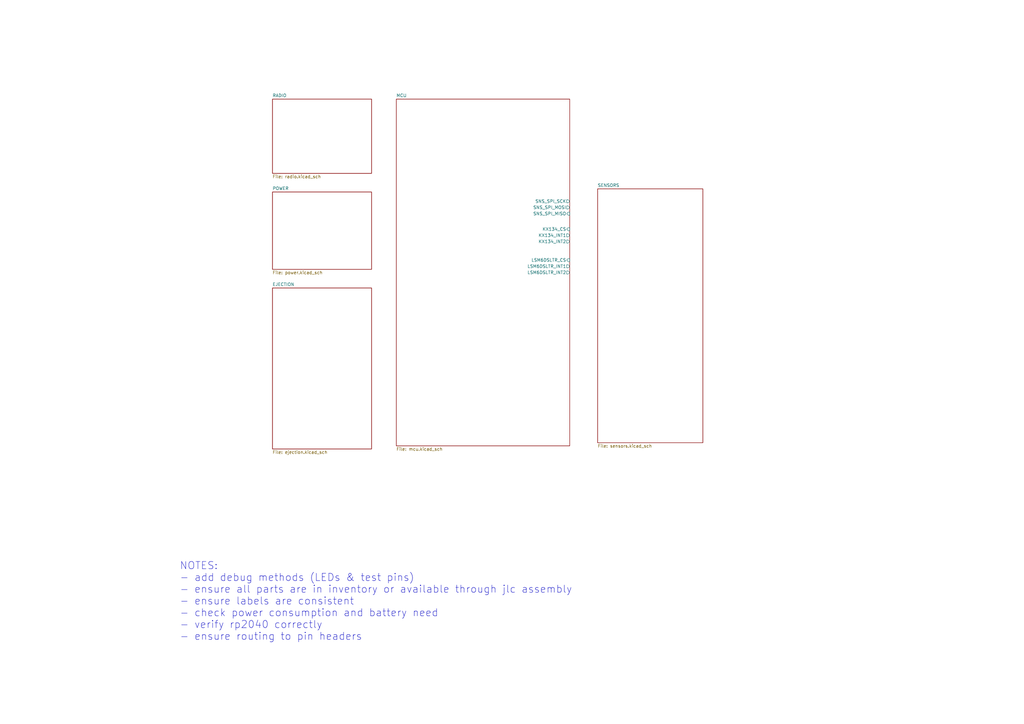
<source format=kicad_sch>
(kicad_sch (version 20211123) (generator eeschema)

  (uuid e63e39d7-6ac0-4ffd-8aa3-1841a4541b55)

  (paper "A3")

  (title_block
    (title "Altimeter V1")
    (company "The Illinois Space Society")
    (comment 4 "Contributors: Eisha Peyyeti")
  )

  (lib_symbols
  )


  (text "NOTES: \n- add debug methods (LEDs & test pins) \n- ensure all parts are in inventory or available through jlc assembly\n- ensure labels are consistent\n- check power consumption and battery need\n- verify rp2040 correctly\n- ensure routing to pin headers"
    (at 73.66 262.89 0)
    (effects (font (size 3 3)) (justify left bottom))
    (uuid ec526b98-9d4d-4fb6-950a-dc822fff6211)
  )

  (sheet (at 111.76 78.74) (size 40.64 31.75) (fields_autoplaced)
    (stroke (width 0.1524) (type solid) (color 0 0 0 0))
    (fill (color 0 0 0 0.0000))
    (uuid 101e7bee-7f94-4af9-869c-ca7a3b218f6f)
    (property "Sheet name" "POWER" (id 0) (at 111.76 78.0284 0)
      (effects (font (size 1.27 1.27)) (justify left bottom))
    )
    (property "Sheet file" "power.kicad_sch" (id 1) (at 111.76 111.0746 0)
      (effects (font (size 1.27 1.27)) (justify left top))
    )
  )

  (sheet (at 245.11 77.47) (size 43.18 104.14) (fields_autoplaced)
    (stroke (width 0.1524) (type solid) (color 0 0 0 0))
    (fill (color 0 0 0 0.0000))
    (uuid 7dd1e52f-be68-47bf-95c7-4ce426ee2b19)
    (property "Sheet name" "SENSORS" (id 0) (at 245.11 76.7584 0)
      (effects (font (size 1.27 1.27)) (justify left bottom))
    )
    (property "Sheet file" "sensors.kicad_sch" (id 1) (at 245.11 182.1946 0)
      (effects (font (size 1.27 1.27)) (justify left top))
    )
  )

  (sheet (at 111.76 118.11) (size 40.64 66.04) (fields_autoplaced)
    (stroke (width 0.1524) (type solid) (color 0 0 0 0))
    (fill (color 0 0 0 0.0000))
    (uuid c20ee003-bba9-4745-b115-dbba1aa7d267)
    (property "Sheet name" "EJECTION" (id 0) (at 111.76 117.3984 0)
      (effects (font (size 1.27 1.27)) (justify left bottom))
    )
    (property "Sheet file" "ejection.kicad_sch" (id 1) (at 111.76 184.7346 0)
      (effects (font (size 1.27 1.27)) (justify left top))
    )
  )

  (sheet (at 162.56 40.64) (size 71.12 142.24) (fields_autoplaced)
    (stroke (width 0.1524) (type solid) (color 0 0 0 0))
    (fill (color 0 0 0 0.0000))
    (uuid cb4e3f9c-b721-4666-bd31-ca2045c2e594)
    (property "Sheet name" "MCU" (id 0) (at 162.56 39.9284 0)
      (effects (font (size 1.27 1.27)) (justify left bottom))
    )
    (property "Sheet file" "mcu.kicad_sch" (id 1) (at 162.56 183.4646 0)
      (effects (font (size 1.27 1.27)) (justify left top))
    )
    (pin "SNS_SPI_MOSI" output (at 233.68 85.09 0)
      (effects (font (size 1.27 1.27)) (justify right))
      (uuid b28d5757-c684-452e-9e7c-a9b41ab6e79b)
    )
    (pin "SNS_SPI_MISO" input (at 233.68 87.63 0)
      (effects (font (size 1.27 1.27)) (justify right))
      (uuid 3d193b07-f957-41c8-9a9e-ac0e0d53873f)
    )
    (pin "SNS_SPI_SCK" output (at 233.68 82.55 0)
      (effects (font (size 1.27 1.27)) (justify right))
      (uuid 83c599b5-0636-447b-8280-6c7473631e8f)
    )
    (pin "KX134_INT2" output (at 233.68 99.06 0)
      (effects (font (size 1.27 1.27)) (justify right))
      (uuid 2766e731-420a-4688-9777-4158f125a7b0)
    )
    (pin "KX134_INT1" output (at 233.68 96.52 0)
      (effects (font (size 1.27 1.27)) (justify right))
      (uuid f2a32b18-f248-4965-9d66-c9a69ca6a7a4)
    )
    (pin "KX134_CS" input (at 233.68 93.98 0)
      (effects (font (size 1.27 1.27)) (justify right))
      (uuid aaf87eff-80dc-4b4a-a54f-c35b62044302)
    )
    (pin "LSM6DSLTR_CS" input (at 233.68 106.68 0)
      (effects (font (size 1.27 1.27)) (justify right))
      (uuid a0b37cc5-5dda-4ad6-9d02-8b48a461a8f0)
    )
    (pin "LSM6DSLTR_INT1" output (at 233.68 109.22 0)
      (effects (font (size 1.27 1.27)) (justify right))
      (uuid 1e23d23c-c5f9-4b9c-b507-5e108cb41c51)
    )
    (pin "LSM6DSLTR_INT2" output (at 233.68 111.76 0)
      (effects (font (size 1.27 1.27)) (justify right))
      (uuid c1e478b0-dff1-465a-b34e-ce532db16bb8)
    )
  )

  (sheet (at 111.76 40.64) (size 40.64 30.48) (fields_autoplaced)
    (stroke (width 0.1524) (type solid) (color 0 0 0 0))
    (fill (color 0 0 0 0.0000))
    (uuid e951fe19-834d-49d2-a6f4-cd451473351c)
    (property "Sheet name" "RADIO" (id 0) (at 111.76 39.9284 0)
      (effects (font (size 1.27 1.27)) (justify left bottom))
    )
    (property "Sheet file" "radio.kicad_sch" (id 1) (at 111.76 71.7046 0)
      (effects (font (size 1.27 1.27)) (justify left top))
    )
  )

  (sheet_instances
    (path "/" (page "1"))
    (path "/cb4e3f9c-b721-4666-bd31-ca2045c2e594" (page "2"))
    (path "/7dd1e52f-be68-47bf-95c7-4ce426ee2b19" (page "3"))
    (path "/e951fe19-834d-49d2-a6f4-cd451473351c" (page "4"))
    (path "/101e7bee-7f94-4af9-869c-ca7a3b218f6f" (page "5"))
    (path "/c20ee003-bba9-4745-b115-dbba1aa7d267" (page "6"))
  )

  (symbol_instances
    (path "/c20ee003-bba9-4745-b115-dbba1aa7d267/02266f0b-7767-4894-a030-0c6d38e31ce0"
      (reference "#PWR?") (unit 1) (value "GND") (footprint "")
    )
    (path "/c20ee003-bba9-4745-b115-dbba1aa7d267/02cd6b82-abe1-4e50-a4cd-bca6198eb57c"
      (reference "#PWR?") (unit 1) (value "GND") (footprint "")
    )
    (path "/7dd1e52f-be68-47bf-95c7-4ce426ee2b19/037f0753-b417-4ad1-a836-6c0def23044c"
      (reference "#PWR?") (unit 1) (value "GND") (footprint "")
    )
    (path "/c20ee003-bba9-4745-b115-dbba1aa7d267/07310ac6-2391-4a5a-a76d-39ebb0c61733"
      (reference "#PWR?") (unit 1) (value "~") (footprint "")
    )
    (path "/cb4e3f9c-b721-4666-bd31-ca2045c2e594/0a8f8a4f-8ec9-4b11-be94-fd8e3caf582e"
      (reference "#PWR?") (unit 1) (value "~") (footprint "")
    )
    (path "/c20ee003-bba9-4745-b115-dbba1aa7d267/12df7aed-3e4d-4d0f-9e3b-5d5d036a62bd"
      (reference "#PWR?") (unit 1) (value "GND2") (footprint "")
    )
    (path "/cb4e3f9c-b721-4666-bd31-ca2045c2e594/13b6efbe-7e00-4c05-bc30-4433013a4dd0"
      (reference "#PWR?") (unit 1) (value "~") (footprint "")
    )
    (path "/cb4e3f9c-b721-4666-bd31-ca2045c2e594/1465cc85-cf8f-4ef5-89d6-0a48880b6f20"
      (reference "#PWR?") (unit 1) (value "GND") (footprint "")
    )
    (path "/c20ee003-bba9-4745-b115-dbba1aa7d267/150c3958-027a-4b08-9e0b-95120b7c6645"
      (reference "#PWR?") (unit 1) (value "GND") (footprint "")
    )
    (path "/c20ee003-bba9-4745-b115-dbba1aa7d267/15277c9e-d001-496f-bcb0-fe929d3e0bb0"
      (reference "#PWR?") (unit 1) (value "GND") (footprint "")
    )
    (path "/cb4e3f9c-b721-4666-bd31-ca2045c2e594/16fc2bef-30dd-4406-9afc-bac96fa23155"
      (reference "#PWR?") (unit 1) (value "GNDA") (footprint "")
    )
    (path "/101e7bee-7f94-4af9-869c-ca7a3b218f6f/17842d78-dc20-45b9-8cd0-fbc74c862799"
      (reference "#PWR?") (unit 1) (value "GND") (footprint "")
    )
    (path "/cb4e3f9c-b721-4666-bd31-ca2045c2e594/182edabf-5a42-41c2-bd61-d6f003c59abe"
      (reference "#PWR?") (unit 1) (value "+3V3") (footprint "")
    )
    (path "/cb4e3f9c-b721-4666-bd31-ca2045c2e594/193a6e48-ed03-4e87-af62-7d3825ef8ce4"
      (reference "#PWR?") (unit 1) (value "GND") (footprint "")
    )
    (path "/cb4e3f9c-b721-4666-bd31-ca2045c2e594/19d22fe2-13df-4cb8-ba50-ae49e68ed75c"
      (reference "#PWR?") (unit 1) (value "GND") (footprint "")
    )
    (path "/cb4e3f9c-b721-4666-bd31-ca2045c2e594/1b4bc3fd-fdf9-4ffb-82ac-ed1a346e5765"
      (reference "#PWR?") (unit 1) (value "+3V3") (footprint "")
    )
    (path "/cb4e3f9c-b721-4666-bd31-ca2045c2e594/1fee7dd2-b5fe-4b68-9d4b-1731cb3a31eb"
      (reference "#PWR?") (unit 1) (value "GND") (footprint "")
    )
    (path "/cb4e3f9c-b721-4666-bd31-ca2045c2e594/20216854-b351-4492-a5b3-304cbe23eb9e"
      (reference "#PWR?") (unit 1) (value "GND") (footprint "")
    )
    (path "/c20ee003-bba9-4745-b115-dbba1aa7d267/22d84778-3945-4271-af4d-51575b356531"
      (reference "#PWR?") (unit 1) (value "GND") (footprint "")
    )
    (path "/cb4e3f9c-b721-4666-bd31-ca2045c2e594/24364b82-cc7c-4fa5-85d3-e67dd946d5cd"
      (reference "#PWR?") (unit 1) (value "+1V1") (footprint "")
    )
    (path "/c20ee003-bba9-4745-b115-dbba1aa7d267/243d019d-0369-4c8f-8a8d-2fa5fd1abc6e"
      (reference "#PWR?") (unit 1) (value "GND2") (footprint "")
    )
    (path "/cb4e3f9c-b721-4666-bd31-ca2045c2e594/24401625-734b-4769-9fe7-65adea154103"
      (reference "#PWR?") (unit 1) (value "GND") (footprint "")
    )
    (path "/cb4e3f9c-b721-4666-bd31-ca2045c2e594/2541e8d9-f418-4c7a-a018-88af8bc664f3"
      (reference "#PWR?") (unit 1) (value "GND") (footprint "")
    )
    (path "/cb4e3f9c-b721-4666-bd31-ca2045c2e594/27b2f6ae-06cc-4a6d-99be-789148dab851"
      (reference "#PWR?") (unit 1) (value "+3V3") (footprint "")
    )
    (path "/c20ee003-bba9-4745-b115-dbba1aa7d267/28393c22-88b4-4025-8763-7e2e3c3baf2c"
      (reference "#PWR?") (unit 1) (value "GND") (footprint "")
    )
    (path "/c20ee003-bba9-4745-b115-dbba1aa7d267/2e7ddb16-639d-4cb5-86a5-06b8ae5fad9d"
      (reference "#PWR?") (unit 1) (value "+3V3") (footprint "")
    )
    (path "/cb4e3f9c-b721-4666-bd31-ca2045c2e594/31fc69cd-4e1e-44aa-ad68-9b8c1195b9fd"
      (reference "#PWR?") (unit 1) (value "~") (footprint "")
    )
    (path "/cb4e3f9c-b721-4666-bd31-ca2045c2e594/34a9806b-39fb-469f-af7d-d3be4da62f66"
      (reference "#PWR?") (unit 1) (value "~") (footprint "")
    )
    (path "/7dd1e52f-be68-47bf-95c7-4ce426ee2b19/3798db3e-f090-4e68-86c6-1b14c97f647e"
      (reference "#PWR?") (unit 1) (value "GND") (footprint "")
    )
    (path "/cb4e3f9c-b721-4666-bd31-ca2045c2e594/38f19e1b-a012-4cb4-aa8c-9618f2fa5e2d"
      (reference "#PWR?") (unit 1) (value "~") (footprint "")
    )
    (path "/e951fe19-834d-49d2-a6f4-cd451473351c/3c3cc6c3-7ea8-4613-ba49-794e8117e157"
      (reference "#PWR?") (unit 1) (value "+3V3") (footprint "")
    )
    (path "/cb4e3f9c-b721-4666-bd31-ca2045c2e594/410d8847-a338-4a6a-9dee-e27a763b95c9"
      (reference "#PWR?") (unit 1) (value "GND") (footprint "")
    )
    (path "/cb4e3f9c-b721-4666-bd31-ca2045c2e594/443aaed2-50e3-4f5f-89dd-d5a3f8e8e237"
      (reference "#PWR?") (unit 1) (value "~") (footprint "")
    )
    (path "/101e7bee-7f94-4af9-869c-ca7a3b218f6f/443d82e7-191f-452b-b5e6-87358b5d4f24"
      (reference "#PWR?") (unit 1) (value "GND") (footprint "")
    )
    (path "/cb4e3f9c-b721-4666-bd31-ca2045c2e594/461a9228-8022-4ae6-b915-fa877fd14a75"
      (reference "#PWR?") (unit 1) (value "~") (footprint "")
    )
    (path "/cb4e3f9c-b721-4666-bd31-ca2045c2e594/471a8039-968b-43c8-9870-6080a64c850f"
      (reference "#PWR?") (unit 1) (value "GND") (footprint "")
    )
    (path "/cb4e3f9c-b721-4666-bd31-ca2045c2e594/4854b3e8-86f0-4d21-ac12-bd57d65400e6"
      (reference "#PWR?") (unit 1) (value "GNDA") (footprint "")
    )
    (path "/101e7bee-7f94-4af9-869c-ca7a3b218f6f/4c455efa-8a1b-4fac-b584-a71c6e4a21e2"
      (reference "#PWR?") (unit 1) (value "GND") (footprint "")
    )
    (path "/7dd1e52f-be68-47bf-95c7-4ce426ee2b19/4c598a47-e3b9-4475-8266-63e4a288c445"
      (reference "#PWR?") (unit 1) (value "GND") (footprint "")
    )
    (path "/c20ee003-bba9-4745-b115-dbba1aa7d267/511edc77-d1b2-46d6-a57d-8c3e9cac2535"
      (reference "#PWR?") (unit 1) (value "GND") (footprint "")
    )
    (path "/cb4e3f9c-b721-4666-bd31-ca2045c2e594/52bd7bea-b8ec-454b-a961-e78244f0f26f"
      (reference "#PWR?") (unit 1) (value "GND") (footprint "")
    )
    (path "/c20ee003-bba9-4745-b115-dbba1aa7d267/60308c2c-dcfe-43a3-a799-1fb763324953"
      (reference "#PWR?") (unit 1) (value "GND") (footprint "")
    )
    (path "/7dd1e52f-be68-47bf-95c7-4ce426ee2b19/63227392-7fb6-4d42-9103-1a9e874ecb64"
      (reference "#PWR?") (unit 1) (value "GND") (footprint "")
    )
    (path "/c20ee003-bba9-4745-b115-dbba1aa7d267/670c3e9a-89c5-42bd-b8ca-d70c9236624e"
      (reference "#PWR?") (unit 1) (value "GND2") (footprint "")
    )
    (path "/7dd1e52f-be68-47bf-95c7-4ce426ee2b19/6841f6e0-62cb-4062-94c4-c4fa7840f2f4"
      (reference "#PWR?") (unit 1) (value "GND") (footprint "")
    )
    (path "/101e7bee-7f94-4af9-869c-ca7a3b218f6f/6b489d68-0a15-4b3f-bbc2-af381a06ce5a"
      (reference "#PWR?") (unit 1) (value "GND") (footprint "")
    )
    (path "/c20ee003-bba9-4745-b115-dbba1aa7d267/6d23126e-c93f-44e5-8de9-00fdab9e8bf3"
      (reference "#PWR?") (unit 1) (value "+3V3") (footprint "")
    )
    (path "/c20ee003-bba9-4745-b115-dbba1aa7d267/6e36f7e7-600f-429a-a429-a7fe5a15f999"
      (reference "#PWR?") (unit 1) (value "GND") (footprint "")
    )
    (path "/cb4e3f9c-b721-4666-bd31-ca2045c2e594/71382bba-a64d-409b-a602-e5ee79c471d4"
      (reference "#PWR?") (unit 1) (value "GND") (footprint "")
    )
    (path "/c20ee003-bba9-4745-b115-dbba1aa7d267/77cfdd67-5564-437d-a42a-e951976e30a2"
      (reference "#PWR?") (unit 1) (value "GND") (footprint "")
    )
    (path "/c20ee003-bba9-4745-b115-dbba1aa7d267/7e21d87d-a1ca-44f8-a2e6-58213dd141fb"
      (reference "#PWR?") (unit 1) (value "GND") (footprint "")
    )
    (path "/cb4e3f9c-b721-4666-bd31-ca2045c2e594/85733da2-1ddd-4021-a328-dbc290e8a390"
      (reference "#PWR?") (unit 1) (value "GND") (footprint "")
    )
    (path "/101e7bee-7f94-4af9-869c-ca7a3b218f6f/8744064a-2126-4e24-9529-8536a274bf37"
      (reference "#PWR?") (unit 1) (value "GND") (footprint "")
    )
    (path "/e951fe19-834d-49d2-a6f4-cd451473351c/8ae16498-f175-4e0b-8841-bd0ba17046b9"
      (reference "#PWR?") (unit 1) (value "GND") (footprint "")
    )
    (path "/cb4e3f9c-b721-4666-bd31-ca2045c2e594/8bc5c811-0f0a-4c24-af11-2c99ac9057c6"
      (reference "#PWR?") (unit 1) (value "GND") (footprint "")
    )
    (path "/7dd1e52f-be68-47bf-95c7-4ce426ee2b19/8ee1f854-2059-4dd5-b6ad-a2feaf441acc"
      (reference "#PWR?") (unit 1) (value "GND") (footprint "")
    )
    (path "/c20ee003-bba9-4745-b115-dbba1aa7d267/926449f5-1f31-423c-b8f8-6b116c9290aa"
      (reference "#PWR?") (unit 1) (value "GND2") (footprint "")
    )
    (path "/cb4e3f9c-b721-4666-bd31-ca2045c2e594/93ccb429-62b9-45b0-bdb1-393b5e383d0c"
      (reference "#PWR?") (unit 1) (value "GNDA") (footprint "")
    )
    (path "/c20ee003-bba9-4745-b115-dbba1aa7d267/9884de1d-7657-4e7b-92d0-6d55cf89f4a2"
      (reference "#PWR?") (unit 1) (value "GND2") (footprint "")
    )
    (path "/cb4e3f9c-b721-4666-bd31-ca2045c2e594/9faa666f-9147-4952-887c-e3a539187345"
      (reference "#PWR?") (unit 1) (value "~") (footprint "")
    )
    (path "/e951fe19-834d-49d2-a6f4-cd451473351c/9fcc4ceb-0779-42ce-8eed-e5a17a41a5df"
      (reference "#PWR?") (unit 1) (value "GND") (footprint "")
    )
    (path "/cb4e3f9c-b721-4666-bd31-ca2045c2e594/a2747b55-fa1d-4b9e-8e7d-a47c82787777"
      (reference "#PWR?") (unit 1) (value "GND") (footprint "")
    )
    (path "/cb4e3f9c-b721-4666-bd31-ca2045c2e594/a5045fe5-436a-4460-a821-f50fc2a6a66e"
      (reference "#PWR?") (unit 1) (value "~") (footprint "")
    )
    (path "/cb4e3f9c-b721-4666-bd31-ca2045c2e594/a833a050-608d-4a77-88ce-85f125b30dba"
      (reference "#PWR?") (unit 1) (value "~") (footprint "")
    )
    (path "/cb4e3f9c-b721-4666-bd31-ca2045c2e594/ab77162d-893f-4747-92eb-1f5d5b1d3e4e"
      (reference "#PWR?") (unit 1) (value "~") (footprint "")
    )
    (path "/cb4e3f9c-b721-4666-bd31-ca2045c2e594/ae6f0d84-a2d2-4e14-aaca-1155dbef0eeb"
      (reference "#PWR?") (unit 1) (value "+3V3") (footprint "")
    )
    (path "/101e7bee-7f94-4af9-869c-ca7a3b218f6f/aeaaec5e-87de-4023-863b-1191a321e392"
      (reference "#PWR?") (unit 1) (value "GND") (footprint "")
    )
    (path "/101e7bee-7f94-4af9-869c-ca7a3b218f6f/b39a996e-3b64-4d92-9d41-244135a63a2b"
      (reference "#PWR?") (unit 1) (value "+3V3") (footprint "")
    )
    (path "/101e7bee-7f94-4af9-869c-ca7a3b218f6f/b6a3ac01-4e36-4674-b83b-f9565f61212a"
      (reference "#PWR?") (unit 1) (value "GND") (footprint "")
    )
    (path "/c20ee003-bba9-4745-b115-dbba1aa7d267/b722030d-49f3-4b59-a940-3ea468a5e9e3"
      (reference "#PWR?") (unit 1) (value "GND") (footprint "")
    )
    (path "/c20ee003-bba9-4745-b115-dbba1aa7d267/b86e57c4-6b4a-47ca-8346-3a0161a02858"
      (reference "#PWR?") (unit 1) (value "GND2") (footprint "")
    )
    (path "/c20ee003-bba9-4745-b115-dbba1aa7d267/bbcb18d5-adaa-42f5-ade9-d74f76086b71"
      (reference "#PWR?") (unit 1) (value "GND") (footprint "")
    )
    (path "/cb4e3f9c-b721-4666-bd31-ca2045c2e594/bce745b4-2da1-4b33-9643-45034e2180a6"
      (reference "#PWR?") (unit 1) (value "+3V3") (footprint "")
    )
    (path "/cb4e3f9c-b721-4666-bd31-ca2045c2e594/bd56f78b-d9e2-482f-a55a-14a581e72bcf"
      (reference "#PWR?") (unit 1) (value "~") (footprint "")
    )
    (path "/101e7bee-7f94-4af9-869c-ca7a3b218f6f/be69e999-744a-4936-97ba-efe7e79bc0f3"
      (reference "#PWR?") (unit 1) (value "GND") (footprint "")
    )
    (path "/101e7bee-7f94-4af9-869c-ca7a3b218f6f/bf4baff7-389e-4f64-b4b5-619201c05b13"
      (reference "#PWR?") (unit 1) (value "GND") (footprint "")
    )
    (path "/cb4e3f9c-b721-4666-bd31-ca2045c2e594/c358680c-1be4-48ab-91db-1ec8a1e1fe75"
      (reference "#PWR?") (unit 1) (value "+3V3") (footprint "")
    )
    (path "/cb4e3f9c-b721-4666-bd31-ca2045c2e594/c3e093c7-330b-4ec5-ae6d-fa8f327d310d"
      (reference "#PWR?") (unit 1) (value "+3V3") (footprint "")
    )
    (path "/c20ee003-bba9-4745-b115-dbba1aa7d267/c5a265f6-45bf-4a88-aad0-587609e29038"
      (reference "#PWR?") (unit 1) (value "GND") (footprint "")
    )
    (path "/cb4e3f9c-b721-4666-bd31-ca2045c2e594/c7a76d4e-8c67-463d-98c7-0abdee44dd57"
      (reference "#PWR?") (unit 1) (value "+3V3") (footprint "")
    )
    (path "/7dd1e52f-be68-47bf-95c7-4ce426ee2b19/d2ab7525-fd9a-4ead-8918-e3ff5251abc8"
      (reference "#PWR?") (unit 1) (value "GND") (footprint "")
    )
    (path "/c20ee003-bba9-4745-b115-dbba1aa7d267/d653d290-016e-46c4-ac6c-7d7541b30e8c"
      (reference "#PWR?") (unit 1) (value "GND") (footprint "")
    )
    (path "/101e7bee-7f94-4af9-869c-ca7a3b218f6f/d93ee4ee-616b-4c66-bb6c-bc7642def98a"
      (reference "#PWR?") (unit 1) (value "GND") (footprint "")
    )
    (path "/cb4e3f9c-b721-4666-bd31-ca2045c2e594/dcbcba80-18b3-4b78-9a6b-02f46568a6ce"
      (reference "#PWR?") (unit 1) (value "+3V3") (footprint "")
    )
    (path "/c20ee003-bba9-4745-b115-dbba1aa7d267/dd1b18fb-5ec2-4ba1-bc3f-731060eb0636"
      (reference "#PWR?") (unit 1) (value "+3V3") (footprint "")
    )
    (path "/101e7bee-7f94-4af9-869c-ca7a3b218f6f/e0241771-ae0b-41e1-9d7b-36b4a2393854"
      (reference "#PWR?") (unit 1) (value "GND") (footprint "")
    )
    (path "/101e7bee-7f94-4af9-869c-ca7a3b218f6f/e1542e48-58e6-4cbb-9318-a267820f257e"
      (reference "#PWR?") (unit 1) (value "GND") (footprint "")
    )
    (path "/c20ee003-bba9-4745-b115-dbba1aa7d267/e633f822-bf06-4387-951d-785d325ae152"
      (reference "#PWR?") (unit 1) (value "GND") (footprint "")
    )
    (path "/101e7bee-7f94-4af9-869c-ca7a3b218f6f/ea264e89-7554-4edb-a6f7-754843ec9ece"
      (reference "#PWR?") (unit 1) (value "GND") (footprint "")
    )
    (path "/c20ee003-bba9-4745-b115-dbba1aa7d267/ea552065-75cc-46a5-98f1-f7d1b4120f87"
      (reference "#PWR?") (unit 1) (value "GND") (footprint "")
    )
    (path "/cb4e3f9c-b721-4666-bd31-ca2045c2e594/f0e33763-1dc9-4f0c-ac83-775d8e5af457"
      (reference "#PWR?") (unit 1) (value "GND") (footprint "")
    )
    (path "/101e7bee-7f94-4af9-869c-ca7a3b218f6f/f28ce548-8c92-43d7-9555-d26b64402cfb"
      (reference "#PWR?") (unit 1) (value "GND") (footprint "")
    )
    (path "/101e7bee-7f94-4af9-869c-ca7a3b218f6f/f5684665-efdc-4ffb-8e1f-79ddc8802d55"
      (reference "#PWR?") (unit 1) (value "~") (footprint "")
    )
    (path "/7dd1e52f-be68-47bf-95c7-4ce426ee2b19/f5727d8f-f939-4116-a0bb-cd48b55d4cf7"
      (reference "#PWR?") (unit 1) (value "GND") (footprint "")
    )
    (path "/7dd1e52f-be68-47bf-95c7-4ce426ee2b19/f9eea18f-e7b5-4219-8915-788afca4fb4d"
      (reference "#PWR?") (unit 1) (value "GND") (footprint "")
    )
    (path "/cb4e3f9c-b721-4666-bd31-ca2045c2e594/fa81407e-cffe-47d5-94a9-b4974c44afce"
      (reference "#PWR?") (unit 1) (value "GND") (footprint "")
    )
    (path "/cb4e3f9c-b721-4666-bd31-ca2045c2e594/fc173fbb-0415-43b5-ba84-ac71ab0ca1d0"
      (reference "#PWR?") (unit 1) (value "GND") (footprint "")
    )
    (path "/c20ee003-bba9-4745-b115-dbba1aa7d267/fd18b900-0c92-49e1-be69-571965410622"
      (reference "#PWR?") (unit 1) (value "GND2") (footprint "")
    )
    (path "/cb4e3f9c-b721-4666-bd31-ca2045c2e594/fda7b0fc-b9d5-4298-82c1-b81a87d6efa0"
      (reference "#PWR?") (unit 1) (value "GND") (footprint "")
    )
    (path "/cb4e3f9c-b721-4666-bd31-ca2045c2e594/fec53982-608e-4247-8b01-e01cbc2b01d1"
      (reference "#PWR?") (unit 1) (value "~") (footprint "")
    )
    (path "/e951fe19-834d-49d2-a6f4-cd451473351c/7b14913e-ad01-489e-b016-4ffc567790b2"
      (reference "AE?") (unit 1) (value "u.FL/SMA") (footprint "Connector_Coaxial:SMA_Molex_73251-1153_EdgeMount_Horizontal")
    )
    (path "/101e7bee-7f94-4af9-869c-ca7a3b218f6f/195050e0-b007-48de-891e-ffebab2ebb7b"
      (reference "BT?") (unit 1) (value "Flight Computer Battery") (footprint "Connector_JST:JST_PH_B2B-PH-K_1x02_P2.00mm_Vertical")
    )
    (path "/cb4e3f9c-b721-4666-bd31-ca2045c2e594/4371fa21-ec41-47c7-a428-00228d8e3535"
      (reference "BT?") (unit 1) (value "LiPo") (footprint "Connector_JST:JST_PH_B2B-PH-K_1x02_P2.00mm_Vertical")
    )
    (path "/c20ee003-bba9-4745-b115-dbba1aa7d267/b17378e1-ee74-438a-b9ab-301640ea09f3"
      (reference "BT?") (unit 1) (value "PYRO_BATTERY") (footprint "Connector_JST:JST_PH_B2B-PH-K_1x02_P2.00mm_Vertical")
    )
    (path "/cb4e3f9c-b721-4666-bd31-ca2045c2e594/19920ae7-16e9-49d2-b25c-42daa398fbb1"
      (reference "BZ?") (unit 1) (value "CMI-1210-5-95T") (footprint "Buzzer_Beeper:MagneticBuzzer_ProSignal_ABI-010-RC")
    )
    (path "/cb4e3f9c-b721-4666-bd31-ca2045c2e594/ace0574b-5ba1-466b-9e50-7a7f87651024"
      (reference "C1") (unit 1) (value "1 uF") (footprint "Capacitor_SMD:C_0603_1608Metric")
    )
    (path "/cb4e3f9c-b721-4666-bd31-ca2045c2e594/574a2d4b-1a5e-4cfb-bc9c-86e62e5d94cd"
      (reference "C2") (unit 1) (value "100 nF") (footprint "Capacitor_SMD:C_0603_1608Metric")
    )
    (path "/cb4e3f9c-b721-4666-bd31-ca2045c2e594/07f55b93-397a-43f2-83e3-4db795d478b9"
      (reference "C3") (unit 1) (value "100 nF") (footprint "Capacitor_SMD:C_0603_1608Metric")
    )
    (path "/cb4e3f9c-b721-4666-bd31-ca2045c2e594/35e5f7a6-05a9-4f99-b235-3a8264532772"
      (reference "C4") (unit 1) (value "100 nF") (footprint "Capacitor_SMD:C_0603_1608Metric")
    )
    (path "/cb4e3f9c-b721-4666-bd31-ca2045c2e594/ae5e1537-cb1c-4318-8765-36708bcefd1e"
      (reference "C5") (unit 1) (value "1 uF") (footprint "Capacitor_SMD:C_0603_1608Metric")
    )
    (path "/cb4e3f9c-b721-4666-bd31-ca2045c2e594/b42c56f3-6c4a-4f33-94b1-494aa87006fc"
      (reference "C6") (unit 1) (value "100 nF") (footprint "Capacitor_SMD:C_0603_1608Metric")
    )
    (path "/cb4e3f9c-b721-4666-bd31-ca2045c2e594/1e61a3b0-cd93-4d5e-b186-4d76a8da67bb"
      (reference "C7") (unit 1) (value "1uF") (footprint "Capacitor_SMD:C_0805_2012Metric")
    )
    (path "/cb4e3f9c-b721-4666-bd31-ca2045c2e594/ac0b436a-3586-4e49-9c8b-af5a5a48ce81"
      (reference "C8") (unit 1) (value "10nF") (footprint "Capacitor_SMD:C_0805_2012Metric")
    )
    (path "/cb4e3f9c-b721-4666-bd31-ca2045c2e594/20e10630-8490-4226-aa33-28c4f24e7fbc"
      (reference "C9") (unit 1) (value "1uF") (footprint "Capacitor_SMD:C_0805_2012Metric")
    )
    (path "/cb4e3f9c-b721-4666-bd31-ca2045c2e594/01872452-3e20-4be3-b940-0b7dad6bb099"
      (reference "C?") (unit 1) (value "10nf") (footprint "Capacitor_SMD:C_0603_1608Metric")
    )
    (path "/101e7bee-7f94-4af9-869c-ca7a3b218f6f/105f3277-c477-4223-b66d-15ab3092c00d"
      (reference "C?") (unit 1) (value "10uF") (footprint "Capacitor_SMD:C_0805_2012Metric")
    )
    (path "/7dd1e52f-be68-47bf-95c7-4ce426ee2b19/1608fa0d-a555-48c8-bf7e-3adb2a5a0ac9"
      (reference "C?") (unit 1) (value "100nF") (footprint "Capacitor_SMD:C_0805_2012Metric")
    )
    (path "/cb4e3f9c-b721-4666-bd31-ca2045c2e594/1c2d7f2e-1357-4e49-8c9c-0b90df5da830"
      (reference "C?") (unit 1) (value "10 uF") (footprint "Capacitor_SMD:C_0603_1608Metric")
    )
    (path "/cb4e3f9c-b721-4666-bd31-ca2045c2e594/316d7c2f-f22d-41b5-a745-cd63a0d8086e"
      (reference "C?") (unit 1) (value "100 nF") (footprint "Capacitor_SMD:C_0603_1608Metric")
    )
    (path "/101e7bee-7f94-4af9-869c-ca7a3b218f6f/34395e4a-ce4d-41e3-ad11-145222919778"
      (reference "C?") (unit 1) (value "2.2nF") (footprint "Capacitor_SMD:C_0603_1608Metric")
    )
    (path "/101e7bee-7f94-4af9-869c-ca7a3b218f6f/39055288-fdaf-4083-b2d1-92563a9e7714"
      (reference "C?") (unit 1) (value "2.27nF") (footprint "Capacitor_SMD:C_0603_1608Metric")
    )
    (path "/cb4e3f9c-b721-4666-bd31-ca2045c2e594/5f83017a-5b87-46ca-a49b-1a2824afa4b5"
      (reference "C?") (unit 1) (value "100nF") (footprint "Capacitor_SMD:C_0603_1608Metric")
    )
    (path "/cb4e3f9c-b721-4666-bd31-ca2045c2e594/61d97f53-bbf3-4f25-9c6c-4b7a2e53d705"
      (reference "C?") (unit 1) (value "100 nF") (footprint "Capacitor_SMD:C_0805_2012Metric")
    )
    (path "/cb4e3f9c-b721-4666-bd31-ca2045c2e594/61dc4c19-34c2-4b24-94fd-fd248e4aff76"
      (reference "C?") (unit 1) (value "100 nF") (footprint "Capacitor_SMD:C_0603_1608Metric")
    )
    (path "/cb4e3f9c-b721-4666-bd31-ca2045c2e594/72bbbe64-18e1-47ac-b6ba-2f9b269539d6"
      (reference "C?") (unit 1) (value "10nf") (footprint "Capacitor_SMD:C_0603_1608Metric")
    )
    (path "/7dd1e52f-be68-47bf-95c7-4ce426ee2b19/74c65d67-ab83-481f-930e-cf6d7f18eb9a"
      (reference "C?") (unit 1) (value "100nF") (footprint "Capacitor_SMD:C_0805_2012Metric")
    )
    (path "/101e7bee-7f94-4af9-869c-ca7a3b218f6f/8172bf5b-2d8f-49d3-b844-e24ee2917a7b"
      (reference "C?") (unit 1) (value "~") (footprint "Capacitor_SMD:C_0603_1608Metric")
    )
    (path "/101e7bee-7f94-4af9-869c-ca7a3b218f6f/82291eda-4711-45d5-8c48-76c18fa8221c"
      (reference "C?") (unit 1) (value "4.7u") (footprint "Capacitor_SMD:C_0603_1608Metric")
    )
    (path "/cb4e3f9c-b721-4666-bd31-ca2045c2e594/88673546-5ab5-4824-aa7f-fe863ea360ed"
      (reference "C?") (unit 1) (value "4.7uF") (footprint "Capacitor_SMD:C_0603_1608Metric")
    )
    (path "/7dd1e52f-be68-47bf-95c7-4ce426ee2b19/8f51736b-78db-461b-bcba-cbb30d9cb083"
      (reference "C?") (unit 1) (value "22pF") (footprint "Capacitor_SMD:C_0805_2012Metric")
    )
    (path "/cb4e3f9c-b721-4666-bd31-ca2045c2e594/926109c5-7932-40e7-9a30-8badf60c7637"
      (reference "C?") (unit 1) (value "100 nF") (footprint "Capacitor_SMD:C_0603_1608Metric")
    )
    (path "/7dd1e52f-be68-47bf-95c7-4ce426ee2b19/9c5bae5c-f07c-4e53-9970-11159f81ef9e"
      (reference "C?") (unit 1) (value "0.1uF") (footprint "Capacitor_SMD:C_0805_2012Metric")
    )
    (path "/cb4e3f9c-b721-4666-bd31-ca2045c2e594/a4a7571f-d47f-436a-b2b1-4d51b2134620"
      (reference "C?") (unit 1) (value "100nF") (footprint "Capacitor_SMD:C_0603_1608Metric")
    )
    (path "/cb4e3f9c-b721-4666-bd31-ca2045c2e594/b401b3aa-5ab4-4af5-a708-3028828114dc"
      (reference "C?") (unit 1) (value "1uf") (footprint "Capacitor_SMD:C_0603_1608Metric")
    )
    (path "/7dd1e52f-be68-47bf-95c7-4ce426ee2b19/b8d1e0e3-465e-4fab-9de6-70342f28cefc"
      (reference "C?") (unit 1) (value "100nF") (footprint "Capacitor_SMD:C_0805_2012Metric")
    )
    (path "/101e7bee-7f94-4af9-869c-ca7a3b218f6f/ba2aec72-5ba1-48b7-8ecd-41c0d74f48de"
      (reference "C?") (unit 1) (value "4.7u") (footprint "Capacitor_SMD:C_0603_1608Metric")
    )
    (path "/7dd1e52f-be68-47bf-95c7-4ce426ee2b19/bc8f5be0-6f24-4d46-a273-1405fe3801c8"
      (reference "C?") (unit 1) (value "0.1uF") (footprint "Capacitor_SMD:C_0805_2012Metric")
    )
    (path "/cb4e3f9c-b721-4666-bd31-ca2045c2e594/c149b88b-325e-467c-b4a9-8b610e7f54ee"
      (reference "C?") (unit 1) (value "100 nF") (footprint "Capacitor_SMD:C_0603_1608Metric")
    )
    (path "/cb4e3f9c-b721-4666-bd31-ca2045c2e594/c1b38945-98dc-49e6-94e3-a5193508b74e"
      (reference "C?") (unit 1) (value "10nf") (footprint "Capacitor_SMD:C_0603_1608Metric")
    )
    (path "/e951fe19-834d-49d2-a6f4-cd451473351c/c83a7683-78d5-473d-8fe4-66112030c06a"
      (reference "C?") (unit 1) (value "10uF") (footprint "Capacitor_SMD:C_0805_2012Metric")
    )
    (path "/cb4e3f9c-b721-4666-bd31-ca2045c2e594/cfe385b5-1010-48f5-a0a7-1028d35019b4"
      (reference "C?") (unit 1) (value "100nF") (footprint "Capacitor_SMD:C_0603_1608Metric")
    )
    (path "/cb4e3f9c-b721-4666-bd31-ca2045c2e594/d5790d31-deec-42ca-a32f-a42415bf6e59"
      (reference "C?") (unit 1) (value "100 nF") (footprint "Capacitor_SMD:C_0603_1608Metric")
    )
    (path "/7dd1e52f-be68-47bf-95c7-4ce426ee2b19/d824e708-98e4-41f2-8549-6c5ad9d6c5cd"
      (reference "C?") (unit 1) (value "0.1uF") (footprint "Capacitor_SMD:C_0805_2012Metric")
    )
    (path "/101e7bee-7f94-4af9-869c-ca7a3b218f6f/e0402b4a-c93f-4ace-a139-ff302c29f804"
      (reference "C?") (unit 1) (value "47uF") (footprint "Capacitor_SMD:C_0603_1608Metric")
    )
    (path "/101e7bee-7f94-4af9-869c-ca7a3b218f6f/e2b9195e-4bca-4abf-9b82-988bb7f183c0"
      (reference "C?") (unit 1) (value "1uF") (footprint "Capacitor_SMD:C_0603_1608Metric")
    )
    (path "/7dd1e52f-be68-47bf-95c7-4ce426ee2b19/ec6621d6-4843-4e05-ae95-357257d17521"
      (reference "C?") (unit 1) (value "22pF") (footprint "Capacitor_SMD:C_0805_2012Metric")
    )
    (path "/7dd1e52f-be68-47bf-95c7-4ce426ee2b19/ef7d9c77-7b5b-42fc-8fc3-673f0d763de5"
      (reference "C?") (unit 1) (value "100nF") (footprint "Capacitor_SMD:C_0805_2012Metric")
    )
    (path "/cb4e3f9c-b721-4666-bd31-ca2045c2e594/f2179f1e-3537-47e4-9f65-46bd462bef34"
      (reference "C?") (unit 1) (value "100nF") (footprint "Capacitor_SMD:C_0603_1608Metric")
    )
    (path "/cb4e3f9c-b721-4666-bd31-ca2045c2e594/f26fef1c-0bec-411e-9386-8e348d328c75"
      (reference "C?") (unit 1) (value "4.7uF") (footprint "Capacitor_SMD:C_0603_1608Metric")
    )
    (path "/cb4e3f9c-b721-4666-bd31-ca2045c2e594/f62bef66-5b8e-410c-8abe-c1080e3fb001"
      (reference "C?") (unit 1) (value "2.2 uF") (footprint "Capacitor_SMD:C_0603_1608Metric")
    )
    (path "/7dd1e52f-be68-47bf-95c7-4ce426ee2b19/fad86ec1-dab4-4074-8477-5b3daaeccedc"
      (reference "C?") (unit 1) (value "100nF") (footprint "Capacitor_SMD:C_0805_2012Metric")
    )
    (path "/cb4e3f9c-b721-4666-bd31-ca2045c2e594/fc1bcde5-5af4-4f1f-9acd-aa4e3f8bc1f6"
      (reference "C?") (unit 1) (value "100 nF") (footprint "Capacitor_SMD:C_0603_1608Metric")
    )
    (path "/101e7bee-7f94-4af9-869c-ca7a3b218f6f/82a7deb8-2cef-409b-9f04-fb0a62d6217e"
      (reference "CByp?") (unit 1) (value "1uF") (footprint "Capacitor_SMD:C_0603_1608Metric")
    )
    (path "/101e7bee-7f94-4af9-869c-ca7a3b218f6f/3a3f7a76-6b43-4c30-bb1a-90fcea73f874"
      (reference "CReg?") (unit 1) (value "1uF") (footprint "Capacitor_SMD:C_0603_1608Metric")
    )
    (path "/101e7bee-7f94-4af9-869c-ca7a3b218f6f/217e7bc3-a2b2-43ed-988d-f75a7100b1a0"
      (reference "Cref?") (unit 1) (value "1uF") (footprint "Capacitor_SMD:C_0603_1608Metric")
    )
    (path "/101e7bee-7f94-4af9-869c-ca7a3b218f6f/022cc252-5207-4577-a5e7-5205c5b638f6"
      (reference "D?") (unit 1) (value "LED") (footprint "LED_SMD:LED_0603_1608Metric")
    )
    (path "/cb4e3f9c-b721-4666-bd31-ca2045c2e594/0dbd30ee-1e60-47fc-8ef8-38ee49825a20"
      (reference "D?") (unit 1) (value "~") (footprint "LED_SMD:LED_0603_1608Metric")
    )
    (path "/101e7bee-7f94-4af9-869c-ca7a3b218f6f/31ec64be-aa47-4fe5-a98d-755f60fb6fcb"
      (reference "D?") (unit 1) (value "LED") (footprint "LED_SMD:LED_0603_1608Metric")
    )
    (path "/cb4e3f9c-b721-4666-bd31-ca2045c2e594/530fabda-5f27-4f73-8104-534ec44b394d"
      (reference "D?") (unit 1) (value "~") (footprint "LED_SMD:LED_0603_1608Metric")
    )
    (path "/101e7bee-7f94-4af9-869c-ca7a3b218f6f/5c792792-3505-4528-842f-e6dfdb43926d"
      (reference "D?") (unit 1) (value "D") (footprint "Diode_SMD:D_0603_1608Metric")
    )
    (path "/cb4e3f9c-b721-4666-bd31-ca2045c2e594/7d983b5f-fda0-43c6-947b-ebe74cd20641"
      (reference "D?") (unit 1) (value "~") (footprint "LED_SMD:LED_0603_1608Metric")
    )
    (path "/cb4e3f9c-b721-4666-bd31-ca2045c2e594/a2ca84af-963c-4939-a349-427dbcb3e279"
      (reference "D?") (unit 1) (value "~") (footprint "LED_SMD:LED_0603_1608Metric")
    )
    (path "/101e7bee-7f94-4af9-869c-ca7a3b218f6f/cf81997d-3d98-41ad-a238-afccb1577c0f"
      (reference "D?") (unit 1) (value "GREEN") (footprint "LED_SMD:LED_0603_1608Metric")
    )
    (path "/cb4e3f9c-b721-4666-bd31-ca2045c2e594/dfeb9136-fa09-4e56-9e9b-941c5cd45183"
      (reference "D?") (unit 1) (value "~") (footprint "LED_SMD:LED_0603_1608Metric")
    )
    (path "/cb4e3f9c-b721-4666-bd31-ca2045c2e594/e4971501-3ef5-4dcc-848c-d4759a0eb09c"
      (reference "D?") (unit 1) (value "~") (footprint "LED_SMD:LED_0603_1608Metric")
    )
    (path "/cb4e3f9c-b721-4666-bd31-ca2045c2e594/1938e5a8-14d4-41d2-96aa-9b3e1d25927d"
      (reference "FB?") (unit 1) (value "FerriteBead") (footprint "Resistor_SMD:R_0805_2012Metric")
    )
    (path "/cb4e3f9c-b721-4666-bd31-ca2045c2e594/beff8a2d-77fc-4708-bc88-2813690e77ab"
      (reference "FB?") (unit 1) (value "FerriteBead") (footprint "Resistor_SMD:R_0805_2012Metric")
    )
    (path "/cb4e3f9c-b721-4666-bd31-ca2045c2e594/0b024344-42a7-4551-b12b-5f178da21a49"
      (reference "GND") (unit 1) (value "TestPoint") (footprint "Connector_PinHeader_1.00mm:PinHeader_1x01_P1.00mm_Vertical")
    )
    (path "/cb4e3f9c-b721-4666-bd31-ca2045c2e594/4d52ab2b-41f2-4a0a-bd59-26bfd54b7cf8"
      (reference "H?") (unit 1) (value "MountingHole_Pad") (footprint "MountingHole:MountingHole_3.2mm_M3_Pad")
    )
    (path "/cb4e3f9c-b721-4666-bd31-ca2045c2e594/acd8a402-1ba5-4e1f-8050-458e043f4374"
      (reference "H?") (unit 1) (value "MountingHole_Pad") (footprint "MountingHole:MountingHole_3.2mm_M3_Pad")
    )
    (path "/cb4e3f9c-b721-4666-bd31-ca2045c2e594/ca77b75b-fc88-4b9b-8610-fd5211848853"
      (reference "H?") (unit 1) (value "MountingHole_Pad") (footprint "MountingHole:MountingHole_3.2mm_M3_Pad")
    )
    (path "/cb4e3f9c-b721-4666-bd31-ca2045c2e594/d6bfa9c1-4ac4-4ae0-9ecd-160cec3ad75b"
      (reference "H?") (unit 1) (value "MountingHole_Pad") (footprint "MountingHole:MountingHole_3.2mm_M3_Pad")
    )
    (path "/101e7bee-7f94-4af9-869c-ca7a3b218f6f/1f693433-1df6-4df3-be26-9b572cbd0f02"
      (reference "J?") (unit 1) (value "TE_1776113-3") (footprint "TerminalBlock_TE:TE_1776113-3")
    )
    (path "/c20ee003-bba9-4745-b115-dbba1aa7d267/3cf8fb0c-c571-49e2-9530-02dafb255551"
      (reference "J?") (unit 1) (value "TE_1776113-3") (footprint "TerminalBlock_TE:TE_1776113-3")
    )
    (path "/cb4e3f9c-b721-4666-bd31-ca2045c2e594/3f384d89-273e-4400-bcb8-dabb7b119d22"
      (reference "J?") (unit 1) (value "~") (footprint "Connector_PinHeader_1.00mm:PinHeader_1x10_P1.00mm_Vertical")
    )
    (path "/c20ee003-bba9-4745-b115-dbba1aa7d267/80887661-3ee8-4a90-a6af-e8803f4db000"
      (reference "J?") (unit 1) (value "Screw_Terminal_01x06") (footprint "TerminalBlock_TE:TE_1776113-6")
    )
    (path "/cb4e3f9c-b721-4666-bd31-ca2045c2e594/af920c9d-0b5b-40ab-b917-8e5f91e8c47f"
      (reference "J?") (unit 1) (value "Micro_SD_Card") (footprint "Connector_Card:microSD_HC_Hirose_DM3AT-SF-PEJM5")
    )
    (path "/cb4e3f9c-b721-4666-bd31-ca2045c2e594/b462aff3-1e16-4862-9280-def6a9f124ff"
      (reference "J?") (unit 1) (value "12401598E4#2A") (footprint "Connector_USB:USB_C_Receptacle_Amphenol_12401548E4-2A")
    )
    (path "/c20ee003-bba9-4745-b115-dbba1aa7d267/c175e1e0-97e4-45c4-b571-e6b45f80326f"
      (reference "J?") (unit 1) (value "Screw_Terminal_01x06") (footprint "TerminalBlock_TE:TE_1776113-6")
    )
    (path "/cb4e3f9c-b721-4666-bd31-ca2045c2e594/d564d30b-a106-42c8-9a7a-5b8c73223d06"
      (reference "J?") (unit 1) (value "USB_B_Micro") (footprint "Connector_USB:USB_Micro-B_Amphenol_10104110_Horizontal")
    )
    (path "/7dd1e52f-be68-47bf-95c7-4ce426ee2b19/0c81bdd4-fb46-4811-a537-bc0ba1aefdff"
      (reference "JP?") (unit 1) (value "Jumper_NC_Small") (footprint "Jumper:SolderJumper-2_P1.3mm_Bridged_RoundedPad1.0x1.5mm")
    )
    (path "/7dd1e52f-be68-47bf-95c7-4ce426ee2b19/1f9f4e5b-ea60-4648-8de9-a895f306725f"
      (reference "JP?") (unit 1) (value "Jumper_2_Bridged") (footprint "Jumper:SolderJumper-2_P1.3mm_Bridged_RoundedPad1.0x1.5mm")
    )
    (path "/7dd1e52f-be68-47bf-95c7-4ce426ee2b19/a3508644-ac29-4048-b31e-ce578a0115c9"
      (reference "JP?") (unit 1) (value "SolderJumper_3_Open") (footprint "Jumper:SolderJumper-3_P1.3mm_Open_RoundedPad1.0x1.5mm")
    )
    (path "/7dd1e52f-be68-47bf-95c7-4ce426ee2b19/b6616f0c-821d-4455-ad4d-6e0dc7073ef8"
      (reference "JP?") (unit 1) (value "Jumper_2_Bridged") (footprint "Jumper:SolderJumper-2_P1.3mm_Bridged_RoundedPad1.0x1.5mm")
    )
    (path "/7dd1e52f-be68-47bf-95c7-4ce426ee2b19/c3ecdded-4e75-4298-bbfd-fb436df748c3"
      (reference "JP?") (unit 1) (value "Jumper_NC_Small") (footprint "Jumper:SolderJumper-2_P1.3mm_Bridged_RoundedPad1.0x1.5mm")
    )
    (path "/cb4e3f9c-b721-4666-bd31-ca2045c2e594/de09b3f1-0261-48f5-9771-cb0474cda409"
      (reference "JP?") (unit 1) (value "SolderJumper_2_Open") (footprint "Jumper:SolderJumper-2_P1.3mm_Open_RoundedPad1.0x1.5mm")
    )
    (path "/cb4e3f9c-b721-4666-bd31-ca2045c2e594/e73a166e-c0cd-4576-bd07-981c9fa8ed0e"
      (reference "JP?") (unit 1) (value "SolderJumper_3_Open") (footprint "Jumper:SolderJumper-3_P1.3mm_Open_RoundedPad1.0x1.5mm")
    )
    (path "/c20ee003-bba9-4745-b115-dbba1aa7d267/2fd60a43-9356-4233-a901-5b92274f14de"
      (reference "Q?") (unit 1) (value "DMTH6016LFDFWQ") (footprint "Package_DFN_QFN:Diodes_UDFN2020-6_Type-F")
    )
    (path "/c20ee003-bba9-4745-b115-dbba1aa7d267/3eca6699-21b0-4685-9c5e-011e4f10f582"
      (reference "Q?") (unit 1) (value "DMTH6016LFDFWQ") (footprint "Package_DFN_QFN:Diodes_UDFN2020-6_Type-F")
    )
    (path "/c20ee003-bba9-4745-b115-dbba1aa7d267/65c3273b-c6f9-42e3-ad75-cd45a9a3d847"
      (reference "Q?") (unit 1) (value "DMTH6016LFDFWQ") (footprint "Package_DFN_QFN:Diodes_UDFN2020-6_Type-F")
    )
    (path "/c20ee003-bba9-4745-b115-dbba1aa7d267/bbacc64e-8249-43d3-a4b7-f08595fbaf3c"
      (reference "Q?") (unit 1) (value "DMTH6016LFDFWQ") (footprint "Package_DFN_QFN:Diodes_UDFN2020-6_Type-F")
    )
    (path "/c20ee003-bba9-4745-b115-dbba1aa7d267/f7502c2e-4606-4749-900f-3a4b886c0068"
      (reference "Q?") (unit 1) (value "DMTH6016LFDFWQ") (footprint "Package_DFN_QFN:Diodes_UDFN2020-6_Type-F")
    )
    (path "/c20ee003-bba9-4745-b115-dbba1aa7d267/fd584bb1-e376-40c5-b3a2-8a0080078095"
      (reference "Q?") (unit 1) (value "DMTH6016LFDFWQ") (footprint "Package_DFN_QFN:Diodes_UDFN2020-6_Type-F")
    )
    (path "/cb4e3f9c-b721-4666-bd31-ca2045c2e594/7b28cbeb-8659-4e04-9b67-2ef29a90501f"
      (reference "R1") (unit 1) (value "27") (footprint "Resistor_SMD:R_0603_1608Metric")
    )
    (path "/cb4e3f9c-b721-4666-bd31-ca2045c2e594/b3e48b57-0192-4b00-9842-8498429f97c7"
      (reference "R2") (unit 1) (value "27") (footprint "Resistor_SMD:R_0603_1608Metric")
    )
    (path "/c20ee003-bba9-4745-b115-dbba1aa7d267/0154fb07-b0c6-4fc2-867c-e738679a35a9"
      (reference "R?") (unit 1) (value "1k") (footprint "Resistor_SMD:R_0603_1608Metric")
    )
    (path "/c20ee003-bba9-4745-b115-dbba1aa7d267/04d1aa83-4982-4513-be9f-09e7601d26af"
      (reference "R?") (unit 1) (value "100k") (footprint "Resistor_SMD:R_0603_1608Metric")
    )
    (path "/cb4e3f9c-b721-4666-bd31-ca2045c2e594/08793525-902b-49ee-b08b-897486baaef1"
      (reference "R?") (unit 1) (value "1k") (footprint "Resistor_SMD:R_0603_1608Metric")
    )
    (path "/101e7bee-7f94-4af9-869c-ca7a3b218f6f/09005b38-ddd7-4550-8fd9-289e5c861cfb"
      (reference "R?") (unit 1) (value "10k") (footprint "Resistor_SMD:R_0603_1608Metric")
    )
    (path "/101e7bee-7f94-4af9-869c-ca7a3b218f6f/10e90310-28c0-488e-8a0e-b256fe5bfa4c"
      (reference "R?") (unit 1) (value "1k33") (footprint "Resistor_SMD:R_0603_1608Metric")
    )
    (path "/c20ee003-bba9-4745-b115-dbba1aa7d267/1802a3cf-ca28-4f99-8e7d-d2ade13dbb06"
      (reference "R?") (unit 1) (value "27k") (footprint "Resistor_SMD:R_0603_1608Metric")
    )
    (path "/c20ee003-bba9-4745-b115-dbba1aa7d267/19dd8841-8c11-4129-a5c6-910f2c27915a"
      (reference "R?") (unit 1) (value "1k") (footprint "Resistor_SMD:R_0603_1608Metric")
    )
    (path "/101e7bee-7f94-4af9-869c-ca7a3b218f6f/19ea40cf-1bf7-4a59-a3d5-b05bb64c26f4"
      (reference "R?") (unit 1) (value "432k") (footprint "Resistor_SMD:R_0603_1608Metric")
    )
    (path "/101e7bee-7f94-4af9-869c-ca7a3b218f6f/1e08d42e-d06c-44f0-b16a-c0b4db6eac6d"
      (reference "R?") (unit 1) (value "5k6") (footprint "Resistor_SMD:R_0603_1608Metric")
    )
    (path "/c20ee003-bba9-4745-b115-dbba1aa7d267/22af0a74-3cf2-4c3a-9845-7990ca762843"
      (reference "R?") (unit 1) (value "3k3") (footprint "Resistor_SMD:R_0603_1608Metric")
    )
    (path "/cb4e3f9c-b721-4666-bd31-ca2045c2e594/2379d680-f893-4e42-8069-73a7a8511093"
      (reference "R?") (unit 1) (value "10k") (footprint "Resistor_SMD:R_0805_2012Metric")
    )
    (path "/cb4e3f9c-b721-4666-bd31-ca2045c2e594/23883dd0-de63-44b9-affd-ec2c18addbaa"
      (reference "R?") (unit 1) (value "5k1") (footprint "Resistor_SMD:R_0603_1608Metric")
    )
    (path "/c20ee003-bba9-4745-b115-dbba1aa7d267/2597e6f6-5208-4e05-8f36-fa63ed818d48"
      (reference "R?") (unit 1) (value "3k3") (footprint "Resistor_SMD:R_0603_1608Metric")
    )
    (path "/c20ee003-bba9-4745-b115-dbba1aa7d267/2781630c-f39a-409c-841c-45ddb0eab26e"
      (reference "R?") (unit 1) (value "R_US") (footprint "Resistor_SMD:R_0603_1608Metric")
    )
    (path "/cb4e3f9c-b721-4666-bd31-ca2045c2e594/278fc624-7906-4043-925c-f45c30c6786a"
      (reference "R?") (unit 1) (value "1k") (footprint "Resistor_SMD:R_0603_1608Metric")
    )
    (path "/c20ee003-bba9-4745-b115-dbba1aa7d267/2800cb7b-c155-4ab0-be24-c0de0fe881b8"
      (reference "R?") (unit 1) (value "100k") (footprint "Resistor_SMD:R_0603_1608Metric")
    )
    (path "/c20ee003-bba9-4745-b115-dbba1aa7d267/2aa873fa-c35b-4dea-b38d-f0fc5f7fea1b"
      (reference "R?") (unit 1) (value "27k") (footprint "Resistor_SMD:R_0603_1608Metric")
    )
    (path "/cb4e3f9c-b721-4666-bd31-ca2045c2e594/300ecb5d-1a61-4290-af19-96c77edde45b"
      (reference "R?") (unit 1) (value "1k") (footprint "Resistor_SMD:R_0603_1608Metric")
    )
    (path "/c20ee003-bba9-4745-b115-dbba1aa7d267/305b141c-1806-4ba2-95fd-598cbaf1f053"
      (reference "R?") (unit 1) (value "27k") (footprint "Resistor_SMD:R_0603_1608Metric")
    )
    (path "/101e7bee-7f94-4af9-869c-ca7a3b218f6f/39e2cc6d-640a-4820-a935-dac00515d8d8"
      (reference "R?") (unit 1) (value "470k") (footprint "Resistor_SMD:R_0603_1608Metric")
    )
    (path "/c20ee003-bba9-4745-b115-dbba1aa7d267/3ac0f3c8-ef65-4ba9-8b58-d5131d730d9d"
      (reference "R?") (unit 1) (value "100k") (footprint "Resistor_SMD:R_0603_1608Metric")
    )
    (path "/c20ee003-bba9-4745-b115-dbba1aa7d267/3c558d3c-8e00-4b53-ad94-018fd4c11c82"
      (reference "R?") (unit 1) (value "1k") (footprint "Resistor_SMD:R_0603_1608Metric")
    )
    (path "/101e7bee-7f94-4af9-869c-ca7a3b218f6f/3e36f6a9-2975-4a1e-bdd5-509e1456a573"
      (reference "R?") (unit 1) (value "80k6") (footprint "Resistor_SMD:R_0603_1608Metric")
    )
    (path "/cb4e3f9c-b721-4666-bd31-ca2045c2e594/413b5a74-61e4-4c45-bfc1-48538c41fc3c"
      (reference "R?") (unit 1) (value "1k") (footprint "Resistor_SMD:R_0603_1608Metric")
    )
    (path "/7dd1e52f-be68-47bf-95c7-4ce426ee2b19/4b9bdc68-6797-4a72-ae8d-6e76b1260ea6"
      (reference "R?") (unit 1) (value "2.2k") (footprint "Resistor_SMD:R_0805_2012Metric_Pad1.20x1.40mm_HandSolder")
    )
    (path "/c20ee003-bba9-4745-b115-dbba1aa7d267/4c6484b6-267d-473f-808d-fbd527a31325"
      (reference "R?") (unit 1) (value "27k") (footprint "Resistor_SMD:R_0603_1608Metric")
    )
    (path "/c20ee003-bba9-4745-b115-dbba1aa7d267/507bec56-2a8a-43ca-ab6f-d23e9be3b9f5"
      (reference "R?") (unit 1) (value "100k") (footprint "Resistor_SMD:R_0603_1608Metric")
    )
    (path "/101e7bee-7f94-4af9-869c-ca7a3b218f6f/5b2f1b95-737b-4d5a-b30a-3f6ea656b9f8"
      (reference "R?") (unit 1) (value "1k") (footprint "Resistor_SMD:R_0603_1608Metric")
    )
    (path "/101e7bee-7f94-4af9-869c-ca7a3b218f6f/5bae1074-0d25-4513-9e97-84d20f921ba9"
      (reference "R?") (unit 1) (value "10k") (footprint "Resistor_SMD:R_0603_1608Metric")
    )
    (path "/c20ee003-bba9-4745-b115-dbba1aa7d267/5f00d904-a2be-43fa-86f1-343c1da63bdc"
      (reference "R?") (unit 1) (value "1k") (footprint "Resistor_SMD:R_0603_1608Metric")
    )
    (path "/c20ee003-bba9-4745-b115-dbba1aa7d267/608b22d4-8a47-49f0-bd96-c6cf30529c13"
      (reference "R?") (unit 1) (value "27k") (footprint "Resistor_SMD:R_0603_1608Metric")
    )
    (path "/101e7bee-7f94-4af9-869c-ca7a3b218f6f/60b54b88-1ded-43e4-beec-17d7697bed1c"
      (reference "R?") (unit 1) (value "1k") (footprint "Resistor_SMD:R_0603_1608Metric")
    )
    (path "/cb4e3f9c-b721-4666-bd31-ca2045c2e594/6ea4917f-b847-43bf-8892-d5f7f6ca0f8c"
      (reference "R?") (unit 1) (value "10k") (footprint "Resistor_SMD:R_0805_2012Metric")
    )
    (path "/7dd1e52f-be68-47bf-95c7-4ce426ee2b19/70d6d236-a450-400b-b922-e40d65a37f28"
      (reference "R?") (unit 1) (value "10k") (footprint "Resistor_SMD:R_0805_2012Metric_Pad1.20x1.40mm_HandSolder")
    )
    (path "/101e7bee-7f94-4af9-869c-ca7a3b218f6f/72af2b00-9de1-4302-b32a-132c63a738bd"
      (reference "R?") (unit 1) (value "10k") (footprint "Resistor_SMD:R_0603_1608Metric")
    )
    (path "/c20ee003-bba9-4745-b115-dbba1aa7d267/82005bd2-0d3c-45ca-901c-f971ddd6dd8d"
      (reference "R?") (unit 1) (value "3k3") (footprint "Resistor_SMD:R_0603_1608Metric")
    )
    (path "/c20ee003-bba9-4745-b115-dbba1aa7d267/8ca72e54-2ab3-4024-a27e-fad36f36cb88"
      (reference "R?") (unit 1) (value "100k") (footprint "Resistor_SMD:R_0603_1608Metric")
    )
    (path "/7dd1e52f-be68-47bf-95c7-4ce426ee2b19/8cc33304-3194-415d-a79f-1903a605335a"
      (reference "R?") (unit 1) (value "2.2k") (footprint "Resistor_SMD:R_0805_2012Metric_Pad1.20x1.40mm_HandSolder")
    )
    (path "/cb4e3f9c-b721-4666-bd31-ca2045c2e594/8ff356ac-14a4-4782-9adb-8775b9df75c4"
      (reference "R?") (unit 1) (value "5k1") (footprint "Resistor_SMD:R_0603_1608Metric")
    )
    (path "/101e7bee-7f94-4af9-869c-ca7a3b218f6f/90cb3939-cf69-4c53-97e7-9749b74d3c88"
      (reference "R?") (unit 1) (value "100k") (footprint "Resistor_SMD:R_0603_1608Metric")
    )
    (path "/101e7bee-7f94-4af9-869c-ca7a3b218f6f/932ebda3-4a22-46cc-80a4-f81acd1c7d63"
      (reference "R?") (unit 1) (value "8.06k") (footprint "Resistor_SMD:R_0603_1608Metric")
    )
    (path "/101e7bee-7f94-4af9-869c-ca7a3b218f6f/96a85312-a832-4996-bb2a-4ddea174dac6"
      (reference "R?") (unit 1) (value "10k") (footprint "Resistor_SMD:R_0603_1608Metric")
    )
    (path "/c20ee003-bba9-4745-b115-dbba1aa7d267/9f23ae2b-6137-4c59-aef4-ff43815948e3"
      (reference "R?") (unit 1) (value "R_US") (footprint "Resistor_SMD:R_0603_1608Metric")
    )
    (path "/c20ee003-bba9-4745-b115-dbba1aa7d267/a416b243-c97e-4ce7-9fec-587e3ed4f2ee"
      (reference "R?") (unit 1) (value "R_US") (footprint "Resistor_SMD:R_0603_1608Metric")
    )
    (path "/c20ee003-bba9-4745-b115-dbba1aa7d267/a5487e91-4be1-46e9-9e28-9b16be4d1479"
      (reference "R?") (unit 1) (value "10") (footprint "Resistor_SMD:R_0603_1608Metric")
    )
    (path "/c20ee003-bba9-4745-b115-dbba1aa7d267/a6fe16f8-5144-4630-b730-d462631eeeb7"
      (reference "R?") (unit 1) (value "3k3") (footprint "Resistor_SMD:R_0603_1608Metric")
    )
    (path "/101e7bee-7f94-4af9-869c-ca7a3b218f6f/b6b2dc51-8739-4796-98f1-40cd7918ed14"
      (reference "R?") (unit 1) (value "9.09k") (footprint "Resistor_SMD:R_0603_1608Metric")
    )
    (path "/cb4e3f9c-b721-4666-bd31-ca2045c2e594/c43eb5f8-4e31-4e95-b1f8-2422245697c7"
      (reference "R?") (unit 1) (value "1k") (footprint "Resistor_SMD:R_0603_1608Metric")
    )
    (path "/c20ee003-bba9-4745-b115-dbba1aa7d267/c59fca02-7b19-48e7-9184-0b501bcee9e4"
      (reference "R?") (unit 1) (value "R_US") (footprint "Resistor_SMD:R_0603_1608Metric")
    )
    (path "/101e7bee-7f94-4af9-869c-ca7a3b218f6f/cea528c7-07c8-4782-bd81-abc205ec2109"
      (reference "R?") (unit 1) (value "1k") (footprint "Resistor_SMD:R_0603_1608Metric")
    )
    (path "/c20ee003-bba9-4745-b115-dbba1aa7d267/d8190d28-3561-4424-be0d-dc5a8cf5c9d7"
      (reference "R?") (unit 1) (value "3k3") (footprint "Resistor_SMD:R_0603_1608Metric")
    )
    (path "/c20ee003-bba9-4745-b115-dbba1aa7d267/d93ae657-885a-47fb-8816-93c40fc96496"
      (reference "R?") (unit 1) (value "1k") (footprint "Resistor_SMD:R_0603_1608Metric")
    )
    (path "/c20ee003-bba9-4745-b115-dbba1aa7d267/e6208b33-df05-4b39-9433-080c7cae9c05"
      (reference "R?") (unit 1) (value "27k") (footprint "Resistor_SMD:R_0603_1608Metric")
    )
    (path "/c20ee003-bba9-4745-b115-dbba1aa7d267/e703b44a-081a-40de-8646-d54bfbf90aba"
      (reference "R?") (unit 1) (value "100k") (footprint "Resistor_SMD:R_0603_1608Metric")
    )
    (path "/cb4e3f9c-b721-4666-bd31-ca2045c2e594/eecc4142-b3c6-4740-b391-31a528abf558"
      (reference "R?") (unit 1) (value "1k") (footprint "Resistor_SMD:R_0603_1608Metric")
    )
    (path "/101e7bee-7f94-4af9-869c-ca7a3b218f6f/f809be18-2dd5-4c26-8ff0-fbc96154a912"
      (reference "R?") (unit 1) (value "47k") (footprint "Resistor_SMD:R_0603_1608Metric")
    )
    (path "/cb4e3f9c-b721-4666-bd31-ca2045c2e594/5803edd5-607c-421a-a7ec-1a0da8f85ab1"
      (reference "SD_CS") (unit 1) (value "TestPoint") (footprint "Connector_PinHeader_1.00mm:PinHeader_1x01_P1.00mm_Vertical")
    )
    (path "/cb4e3f9c-b721-4666-bd31-ca2045c2e594/b342ba64-f83e-4781-a6f8-22218a470bc2"
      (reference "SD_MISO") (unit 1) (value "TestPoint") (footprint "Connector_PinHeader_1.00mm:PinHeader_1x01_P1.00mm_Vertical")
    )
    (path "/cb4e3f9c-b721-4666-bd31-ca2045c2e594/23968024-10c5-4f44-99ea-5989b1d6252d"
      (reference "SD_MOSI") (unit 1) (value "TestPoint") (footprint "Connector_PinHeader_1.00mm:PinHeader_1x01_P1.00mm_Vertical")
    )
    (path "/cb4e3f9c-b721-4666-bd31-ca2045c2e594/09b3f8ee-6b2b-449a-9774-6e6bfde1356b"
      (reference "SD_SCK") (unit 1) (value "TestPoint") (footprint "Connector_PinHeader_1.00mm:PinHeader_1x01_P1.00mm_Vertical")
    )
    (path "/cb4e3f9c-b721-4666-bd31-ca2045c2e594/59729f4f-2451-4cef-b16f-8978af496447"
      (reference "SWCLK") (unit 1) (value "TestPoint") (footprint "Connector_PinHeader_1.00mm:PinHeader_1x01_P1.00mm_Vertical")
    )
    (path "/cb4e3f9c-b721-4666-bd31-ca2045c2e594/b301a100-b243-4278-a623-0d3492c44133"
      (reference "SWDIO") (unit 1) (value "TestPoint") (footprint "Connector_PinHeader_1.00mm:PinHeader_1x01_P1.00mm_Vertical")
    )
    (path "/cb4e3f9c-b721-4666-bd31-ca2045c2e594/345daaab-16f3-4eb8-9abe-11a479d0ec59"
      (reference "TELEM_CS") (unit 1) (value "TestPoint") (footprint "Connector_PinHeader_1.00mm:PinHeader_1x01_P1.00mm_Vertical")
    )
    (path "/cb4e3f9c-b721-4666-bd31-ca2045c2e594/c33b5dd8-8ed1-47e4-84ff-8285cf4c8b67"
      (reference "TELEM_MISO") (unit 1) (value "TestPoint") (footprint "Connector_PinHeader_1.00mm:PinHeader_1x01_P1.00mm_Vertical")
    )
    (path "/cb4e3f9c-b721-4666-bd31-ca2045c2e594/8e3f985d-2bd0-401c-b84c-8b144e71b460"
      (reference "TELEM_MOSI") (unit 1) (value "TestPoint") (footprint "Connector_PinHeader_1.00mm:PinHeader_1x01_P1.00mm_Vertical")
    )
    (path "/cb4e3f9c-b721-4666-bd31-ca2045c2e594/2b7cf65e-518f-4ee7-a776-8299f3a75a87"
      (reference "TELEM_SCK") (unit 1) (value "TestPoint") (footprint "Connector_PinHeader_1.00mm:PinHeader_1x01_P1.00mm_Vertical")
    )
    (path "/cb4e3f9c-b721-4666-bd31-ca2045c2e594/038f74eb-4db6-4b64-a491-681bc41ef8fc"
      (reference "TP?") (unit 1) (value "TestPoint") (footprint "Connector_PinHeader_1.00mm:PinHeader_1x01_P1.00mm_Vertical")
    )
    (path "/cb4e3f9c-b721-4666-bd31-ca2045c2e594/0b027fef-7936-414b-81c9-f179a2d8e349"
      (reference "TP?") (unit 1) (value "TestPoint") (footprint "TestPoint:TestPoint_Pad_D1.0mm")
    )
    (path "/cb4e3f9c-b721-4666-bd31-ca2045c2e594/0c92c499-e573-4d08-a215-248e66b86a4c"
      (reference "TP?") (unit 1) (value "TestPoint") (footprint "Connector_PinHeader_1.00mm:PinHeader_1x01_P1.00mm_Vertical")
    )
    (path "/cb4e3f9c-b721-4666-bd31-ca2045c2e594/16479bca-655f-4180-9a2b-8124b8379dc4"
      (reference "TP?") (unit 1) (value "TestPoint") (footprint "Connector_PinHeader_1.00mm:PinHeader_1x01_P1.00mm_Vertical")
    )
    (path "/cb4e3f9c-b721-4666-bd31-ca2045c2e594/16a79760-bfb6-4d87-977f-a99a93b19cf7"
      (reference "TP?") (unit 1) (value "TestPoint") (footprint "Connector_PinHeader_1.00mm:PinHeader_1x01_P1.00mm_Vertical")
    )
    (path "/cb4e3f9c-b721-4666-bd31-ca2045c2e594/1e8ef816-bd2a-44da-8dcd-147ea059160f"
      (reference "TP?") (unit 1) (value "TestPoint") (footprint "Connector_PinHeader_1.00mm:PinHeader_1x01_P1.00mm_Vertical")
    )
    (path "/cb4e3f9c-b721-4666-bd31-ca2045c2e594/219a91ae-7f45-4af1-8715-dd430d7cdc3a"
      (reference "TP?") (unit 1) (value "TestPoint") (footprint "TestPoint:TestPoint_Pad_D1.0mm")
    )
    (path "/cb4e3f9c-b721-4666-bd31-ca2045c2e594/247212a4-a66d-4df0-9c07-288a023575c1"
      (reference "TP?") (unit 1) (value "TestPoint") (footprint "Connector_PinHeader_1.00mm:PinHeader_1x01_P1.00mm_Vertical")
    )
    (path "/cb4e3f9c-b721-4666-bd31-ca2045c2e594/24a0e2fc-4718-4620-9b79-aa7dca31e4b7"
      (reference "TP?") (unit 1) (value "TestPoint") (footprint "TestPoint:TestPoint_Pad_D1.0mm")
    )
    (path "/cb4e3f9c-b721-4666-bd31-ca2045c2e594/2a608544-9f97-4785-86f7-4b09dd23d0db"
      (reference "TP?") (unit 1) (value "TestPoint") (footprint "TestPoint:TestPoint_Pad_D1.0mm")
    )
    (path "/cb4e3f9c-b721-4666-bd31-ca2045c2e594/2b1b7eb7-d9a6-4ee5-9121-e161e8ebe763"
      (reference "TP?") (unit 1) (value "TestPoint") (footprint "Connector_PinHeader_1.00mm:PinHeader_1x01_P1.00mm_Vertical")
    )
    (path "/cb4e3f9c-b721-4666-bd31-ca2045c2e594/2dcac5c0-c9d1-45f5-9bb3-315115240263"
      (reference "TP?") (unit 1) (value "TestPoint") (footprint "Connector_PinHeader_1.00mm:PinHeader_1x01_P1.00mm_Vertical")
    )
    (path "/cb4e3f9c-b721-4666-bd31-ca2045c2e594/37147505-29e4-4229-ab20-c4da4ed711fa"
      (reference "TP?") (unit 1) (value "TestPoint") (footprint "Connector_PinHeader_1.00mm:PinHeader_1x01_P1.00mm_Vertical")
    )
    (path "/cb4e3f9c-b721-4666-bd31-ca2045c2e594/3ef8076f-169c-4170-aee2-d45e5ded96d2"
      (reference "TP?") (unit 1) (value "TestPoint") (footprint "Connector_PinHeader_1.00mm:PinHeader_1x01_P1.00mm_Vertical")
    )
    (path "/cb4e3f9c-b721-4666-bd31-ca2045c2e594/441f039d-d90e-4a18-84e2-5eb4c357de8f"
      (reference "TP?") (unit 1) (value "TestPoint") (footprint "TestPoint:TestPoint_Pad_D1.0mm")
    )
    (path "/cb4e3f9c-b721-4666-bd31-ca2045c2e594/4eec31df-c875-4206-b7f7-a09ff048e127"
      (reference "TP?") (unit 1) (value "TestPoint") (footprint "TestPoint:TestPoint_Pad_D1.0mm")
    )
    (path "/cb4e3f9c-b721-4666-bd31-ca2045c2e594/5118b519-2057-4e1e-99e2-1267026ab683"
      (reference "TP?") (unit 1) (value "TestPoint") (footprint "Connector_PinHeader_1.00mm:PinHeader_1x01_P1.00mm_Vertical")
    )
    (path "/cb4e3f9c-b721-4666-bd31-ca2045c2e594/5a7d3e49-764c-484d-8957-adb1487020e0"
      (reference "TP?") (unit 1) (value "TestPoint") (footprint "TestPoint:TestPoint_Pad_D1.0mm")
    )
    (path "/cb4e3f9c-b721-4666-bd31-ca2045c2e594/63037332-10ca-4d35-ac58-512d98c5efcf"
      (reference "TP?") (unit 1) (value "TestPoint") (footprint "Connector_PinHeader_1.00mm:PinHeader_1x01_P1.00mm_Vertical")
    )
    (path "/cb4e3f9c-b721-4666-bd31-ca2045c2e594/64b36430-dc25-4947-9ce9-9ec6daee71dc"
      (reference "TP?") (unit 1) (value "TestPoint") (footprint "Connector_PinHeader_1.00mm:PinHeader_1x01_P1.00mm_Vertical")
    )
    (path "/cb4e3f9c-b721-4666-bd31-ca2045c2e594/6f198833-1bf8-4ed7-97ed-4ed0fb4b2c34"
      (reference "TP?") (unit 1) (value "TestPoint") (footprint "Connector_PinHeader_1.00mm:PinHeader_1x01_P1.00mm_Vertical")
    )
    (path "/cb4e3f9c-b721-4666-bd31-ca2045c2e594/70db23a3-70e1-459a-b862-30df94e06d06"
      (reference "TP?") (unit 1) (value "TestPoint") (footprint "Connector_PinHeader_1.00mm:PinHeader_1x01_P1.00mm_Vertical")
    )
    (path "/cb4e3f9c-b721-4666-bd31-ca2045c2e594/70f92281-9d3e-49d3-bdc7-b4c74f118b28"
      (reference "TP?") (unit 1) (value "TestPoint") (footprint "Connector_PinHeader_1.00mm:PinHeader_1x01_P1.00mm_Vertical")
    )
    (path "/cb4e3f9c-b721-4666-bd31-ca2045c2e594/719846a2-8306-465a-9877-07efbf701698"
      (reference "TP?") (unit 1) (value "TestPoint") (footprint "Connector_PinHeader_1.00mm:PinHeader_1x01_P1.00mm_Vertical")
    )
    (path "/cb4e3f9c-b721-4666-bd31-ca2045c2e594/730ce663-3220-4869-bfc8-98ff15935424"
      (reference "TP?") (unit 1) (value "TestPoint") (footprint "Connector_PinHeader_1.00mm:PinHeader_1x01_P1.00mm_Vertical")
    )
    (path "/cb4e3f9c-b721-4666-bd31-ca2045c2e594/773e24c0-21f9-48d9-833d-cc9ffdf47f28"
      (reference "TP?") (unit 1) (value "TestPoint") (footprint "Connector_PinHeader_1.00mm:PinHeader_1x01_P1.00mm_Vertical")
    )
    (path "/cb4e3f9c-b721-4666-bd31-ca2045c2e594/7ad4abc4-1431-43c6-8ddd-ebbd0aa6e453"
      (reference "TP?") (unit 1) (value "TestPoint") (footprint "TestPoint:TestPoint_Pad_D1.0mm")
    )
    (path "/cb4e3f9c-b721-4666-bd31-ca2045c2e594/7feddd51-5f67-441e-b975-ba07433b0d63"
      (reference "TP?") (unit 1) (value "TestPoint") (footprint "Connector_PinHeader_1.00mm:PinHeader_1x01_P1.00mm_Vertical")
    )
    (path "/cb4e3f9c-b721-4666-bd31-ca2045c2e594/83517b5e-ea34-409c-b45b-2dfbede1fbbc"
      (reference "TP?") (unit 1) (value "TestPoint") (footprint "Connector_PinHeader_1.00mm:PinHeader_1x01_P1.00mm_Vertical")
    )
    (path "/cb4e3f9c-b721-4666-bd31-ca2045c2e594/8af0d132-71a7-4bc8-882e-70881f6a608c"
      (reference "TP?") (unit 1) (value "TestPoint") (footprint "Connector_PinHeader_1.00mm:PinHeader_1x01_P1.00mm_Vertical")
    )
    (path "/cb4e3f9c-b721-4666-bd31-ca2045c2e594/8b394c1b-3eee-4c83-81c2-8632541c027d"
      (reference "TP?") (unit 1) (value "TestPoint") (footprint "TestPoint:TestPoint_Pad_D1.0mm")
    )
    (path "/cb4e3f9c-b721-4666-bd31-ca2045c2e594/8d1e49be-4f2a-468a-8e21-170778c40a5e"
      (reference "TP?") (unit 1) (value "TestPoint") (footprint "Connector_PinHeader_1.00mm:PinHeader_1x01_P1.00mm_Vertical")
    )
    (path "/cb4e3f9c-b721-4666-bd31-ca2045c2e594/904d9568-c6fb-4e87-8936-45733838980d"
      (reference "TP?") (unit 1) (value "TestPoint") (footprint "Connector_PinHeader_1.00mm:PinHeader_1x01_P1.00mm_Vertical")
    )
    (path "/cb4e3f9c-b721-4666-bd31-ca2045c2e594/98c1afc8-0dd3-4526-b8da-fda767eb5dc0"
      (reference "TP?") (unit 1) (value "TestPoint") (footprint "TestPoint:TestPoint_Pad_D1.0mm")
    )
    (path "/cb4e3f9c-b721-4666-bd31-ca2045c2e594/aedecfc5-c020-406a-88d4-9dc0a74fbcc6"
      (reference "TP?") (unit 1) (value "TestPoint") (footprint "Connector_PinHeader_1.00mm:PinHeader_1x01_P1.00mm_Vertical")
    )
    (path "/cb4e3f9c-b721-4666-bd31-ca2045c2e594/b7d72f0a-3fee-4b70-a882-43e8790a8ba5"
      (reference "TP?") (unit 1) (value "TestPoint") (footprint "Connector_PinHeader_1.00mm:PinHeader_1x01_P1.00mm_Vertical")
    )
    (path "/cb4e3f9c-b721-4666-bd31-ca2045c2e594/b97f7c36-265c-46c0-b080-d822c29af4af"
      (reference "TP?") (unit 1) (value "TestPoint") (footprint "Connector_PinHeader_1.00mm:PinHeader_1x01_P1.00mm_Vertical")
    )
    (path "/cb4e3f9c-b721-4666-bd31-ca2045c2e594/bed245d3-6b21-4487-b167-faf2cf4fd8a8"
      (reference "TP?") (unit 1) (value "TestPoint") (footprint "Connector_PinHeader_1.00mm:PinHeader_1x01_P1.00mm_Vertical")
    )
    (path "/cb4e3f9c-b721-4666-bd31-ca2045c2e594/c021c5b7-6589-435d-8eca-b6fe48520575"
      (reference "TP?") (unit 1) (value "TestPoint") (footprint "TestPoint:TestPoint_Pad_D1.0mm")
    )
    (path "/cb4e3f9c-b721-4666-bd31-ca2045c2e594/c441f656-6492-4bd7-a2cc-eeb9493e0b82"
      (reference "TP?") (unit 1) (value "TestPoint") (footprint "TestPoint:TestPoint_Pad_D1.0mm")
    )
    (path "/cb4e3f9c-b721-4666-bd31-ca2045c2e594/d49abfb5-8ee6-4ac2-a542-10d19d02811f"
      (reference "TP?") (unit 1) (value "TestPoint") (footprint "Connector_PinHeader_1.00mm:PinHeader_1x01_P1.00mm_Vertical")
    )
    (path "/cb4e3f9c-b721-4666-bd31-ca2045c2e594/d72e4f59-8ae7-4557-bebc-73f4c1d1e0b7"
      (reference "TP?") (unit 1) (value "TestPoint") (footprint "TestPoint:TestPoint_Pad_D1.0mm")
    )
    (path "/cb4e3f9c-b721-4666-bd31-ca2045c2e594/e464c9ce-89c2-4bde-a4af-f04bf714d0c8"
      (reference "TP?") (unit 1) (value "TestPoint") (footprint "Connector_PinHeader_1.00mm:PinHeader_1x01_P1.00mm_Vertical")
    )
    (path "/cb4e3f9c-b721-4666-bd31-ca2045c2e594/f77210ff-84e8-41ac-934e-01d3b7411317"
      (reference "TP?") (unit 1) (value "TestPoint") (footprint "Connector_PinHeader_1.00mm:PinHeader_1x01_P1.00mm_Vertical")
    )
    (path "/cb4e3f9c-b721-4666-bd31-ca2045c2e594/f9e78dca-b863-4184-870f-1e34b6da716e"
      (reference "TP?") (unit 1) (value "TestPoint") (footprint "TestPoint:TestPoint_Pad_D1.0mm")
    )
    (path "/cb4e3f9c-b721-4666-bd31-ca2045c2e594/fffd9048-4dfe-4801-bd79-f2f41a0792cc"
      (reference "TP?") (unit 1) (value "TestPoint") (footprint "Connector_PinHeader_1.00mm:PinHeader_1x01_P1.00mm_Vertical")
    )
    (path "/cb4e3f9c-b721-4666-bd31-ca2045c2e594/ba59cc63-4a6f-417c-8e28-9935e8aabcc0"
      (reference "U1") (unit 1) (value "RP2040") (footprint "Package_DFN_QFN:QFN-56-1EP_7x7mm_P0.4mm_EP3.2x3.2mm")
    )
    (path "/cb4e3f9c-b721-4666-bd31-ca2045c2e594/7738c8c9-2ce5-4db8-a988-6a08d54f2b64"
      (reference "U2") (unit 1) (value "LD3985M33R_SOT23") (footprint "Package_TO_SOT_SMD:SOT-23-5")
    )
    (path "/c20ee003-bba9-4745-b115-dbba1aa7d267/05b4f79f-94c5-4f76-a920-04a8c2ea0798"
      (reference "U?") (unit 1) (value "LM2903BIDSGR") (footprint "Package_SON:WSON-8-1EP_2x2mm_P0.5mm_EP0.9x1.6mm")
    )
    (path "/c20ee003-bba9-4745-b115-dbba1aa7d267/23505f3a-458a-4125-b3ee-64e1b41227ac"
      (reference "U?") (unit 1) (value "LM2903BIDSGR") (footprint "Package_SON:WSON-8-1EP_2x2mm_P0.5mm_EP0.9x1.6mm")
    )
    (path "/cb4e3f9c-b721-4666-bd31-ca2045c2e594/34a30a71-5fec-478f-941a-b1265ff2a24f"
      (reference "U?") (unit 1) (value "STM32L4S9ZIJx") (footprint "Package_BGA:UFBGA-144_10x10mm_Layout12x12_P0.8mm")
    )
    (path "/101e7bee-7f94-4af9-869c-ca7a3b218f6f/3aa09e24-4e21-45b5-88f7-ece8cc7fd563"
      (reference "U?") (unit 1) (value "ADP7158ACPZ-3.3-R7") (footprint "Regulator_Linear:ADP7158ACPZ-3.3-R7")
    )
    (path "/7dd1e52f-be68-47bf-95c7-4ce426ee2b19/43dbd3d4-0700-4232-a1b4-53c636d5c8de"
      (reference "U?") (unit 1) (value "MS5611-01BA03") (footprint "Package_LGA:LGA-8_3x5mm_P1.25mm")
    )
    (path "/cb4e3f9c-b721-4666-bd31-ca2045c2e594/6ba7ee51-172f-4597-a239-1d0a1d048283"
      (reference "U?") (unit 1) (value "S34ML08G3") (footprint "Package_SO:TSOP-I-48_18.4x12mm_P0.5mm")
    )
    (path "/7dd1e52f-be68-47bf-95c7-4ce426ee2b19/78082208-3e79-4197-a69d-e18190f516d4"
      (reference "U?") (unit 1) (value "BNO086") (footprint "Package_LGA:LGA-28_5.2x3.8mm_P0.5mm")
    )
    (path "/101e7bee-7f94-4af9-869c-ca7a3b218f6f/802823bf-0715-4fb5-9794-4ed8dc777d02"
      (reference "U?") (unit 1) (value "MCP73831-2-OT") (footprint "Package_TO_SOT_SMD:SOT-23-5")
    )
    (path "/c20ee003-bba9-4745-b115-dbba1aa7d267/8995b144-9d23-4c2f-a11a-9376f372b609"
      (reference "U?") (unit 1) (value "LM2903BIDSGR") (footprint "Package_SON:WSON-8-1EP_2x2mm_P0.5mm_EP0.9x1.6mm")
    )
    (path "/101e7bee-7f94-4af9-869c-ca7a3b218f6f/a84fb8e8-f2b6-4194-8c98-aa6afde327bd"
      (reference "U?") (unit 1) (value "TPS2521") (footprint "EFuse_Texas:TPS25210LRPWR")
    )
    (path "/cb4e3f9c-b721-4666-bd31-ca2045c2e594/ae039950-aaa4-49dd-b5b7-0a13e6e01a98"
      (reference "U?") (unit 1) (value "USBLC6-4") (footprint "Package_TO_SOT_SMD:SOT-23-6")
    )
    (path "/7dd1e52f-be68-47bf-95c7-4ce426ee2b19/b16bcd46-d3b0-4b23-994f-01cd5f8ca141"
      (reference "U?") (unit 1) (value "LSM6DSLTR") (footprint "Package_LGA:Bosch_LGA-14_3x2.5mm_P0.5mm")
    )
    (path "/e951fe19-834d-49d2-a6f4-cd451473351c/b83c78db-ef1d-448d-acb5-7c7c5406100c"
      (reference "U?") (unit 1) (value "RFM96W-433S2") (footprint "RF_Module:HOPERF_RFM9XW_SMD")
    )
    (path "/7dd1e52f-be68-47bf-95c7-4ce426ee2b19/cbf7f8f2-8ee9-4959-bf24-ad503ccb7d9e"
      (reference "U?") (unit 1) (value "KX134-1211") (footprint "Package_LGA:LGA-12_2x2mm_P0.5mm")
    )
    (path "/cb4e3f9c-b721-4666-bd31-ca2045c2e594/317e25c8-255e-45ac-b7f8-b1bdb42aa9a8"
      (reference "X?") (unit 1) (value "ECS-TXO-2520-33-400-AN-TR") (footprint "Crystal_TXCO:ECS-TXO-2520-33-400-AN-TR")
    )
    (path "/7dd1e52f-be68-47bf-95c7-4ce426ee2b19/7fa055a1-c49e-4168-9d02-3f21c1667de2"
      (reference "Y?") (unit 1) (value "32.768kHz") (footprint "Crystal:Crystal_SMD_3215-2Pin_3.2x1.5mm")
    )
  )
)

</source>
